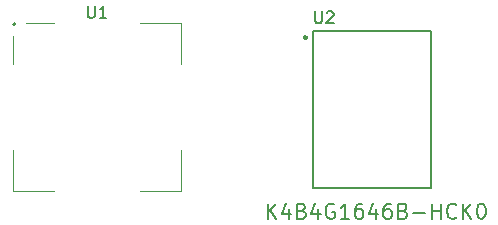
<source format=gbr>
%TF.GenerationSoftware,KiCad,Pcbnew,(5.1.6)-1*%
%TF.CreationDate,2021-04-05T13:25:22+09:00*%
%TF.ProjectId,StreamCam_H3_LTE,53747265-616d-4436-916d-5f48335f4c54,rev?*%
%TF.SameCoordinates,Original*%
%TF.FileFunction,Legend,Top*%
%TF.FilePolarity,Positive*%
%FSLAX46Y46*%
G04 Gerber Fmt 4.6, Leading zero omitted, Abs format (unit mm)*
G04 Created by KiCad (PCBNEW (5.1.6)-1) date 2021-04-05 13:25:22*
%MOMM*%
%LPD*%
G01*
G04 APERTURE LIST*
%ADD10C,0.150000*%
%ADD11C,0.250000*%
%ADD12C,0.200000*%
%ADD13C,0.120000*%
G04 APERTURE END LIST*
D10*
%TO.C,U2*%
X136240000Y-134040000D02*
X136240000Y-120740000D01*
X136240000Y-120740000D02*
X146240000Y-120740000D01*
X146240000Y-120740000D02*
X146240000Y-134040000D01*
X146240000Y-134040000D02*
X136240000Y-134040000D01*
D11*
X135740000Y-121265000D02*
G75*
G03*
X135740000Y-121265000I-125000J0D01*
G01*
D12*
%TO.C,U1*%
X111060000Y-120160000D02*
G75*
G03*
X111060000Y-120160000I-100000J0D01*
G01*
D13*
X110840000Y-121160000D02*
X110840000Y-123540000D01*
X114340000Y-120040000D02*
X111960000Y-120040000D01*
X110840000Y-134280000D02*
X110840000Y-130780000D01*
X114340000Y-134280000D02*
X110840000Y-134280000D01*
X125080000Y-120040000D02*
X125080000Y-123540000D01*
X121580000Y-120040000D02*
X125080000Y-120040000D01*
X125080000Y-134280000D02*
X125080000Y-130780000D01*
X121580000Y-134280000D02*
X125080000Y-134280000D01*
X125080000Y-120040000D02*
X125080000Y-123540000D01*
X121580000Y-120040000D02*
X125080000Y-120040000D01*
X125080000Y-120040000D02*
X125080000Y-123540000D01*
X121580000Y-120040000D02*
X125080000Y-120040000D01*
%TO.C,U2*%
D10*
X136425595Y-119067380D02*
X136425595Y-119876904D01*
X136473214Y-119972142D01*
X136520833Y-120019761D01*
X136616071Y-120067380D01*
X136806547Y-120067380D01*
X136901785Y-120019761D01*
X136949404Y-119972142D01*
X136997023Y-119876904D01*
X136997023Y-119067380D01*
X137425595Y-119162619D02*
X137473214Y-119115000D01*
X137568452Y-119067380D01*
X137806547Y-119067380D01*
X137901785Y-119115000D01*
X137949404Y-119162619D01*
X137997023Y-119257857D01*
X137997023Y-119353095D01*
X137949404Y-119495952D01*
X137377976Y-120067380D01*
X137997023Y-120067380D01*
X132417619Y-136624523D02*
X132417619Y-135354523D01*
X133143333Y-136624523D02*
X132599047Y-135898809D01*
X133143333Y-135354523D02*
X132417619Y-136080238D01*
X134231904Y-135777857D02*
X134231904Y-136624523D01*
X133929523Y-135294047D02*
X133627142Y-136201190D01*
X134413333Y-136201190D01*
X135320476Y-135959285D02*
X135501904Y-136019761D01*
X135562380Y-136080238D01*
X135622857Y-136201190D01*
X135622857Y-136382619D01*
X135562380Y-136503571D01*
X135501904Y-136564047D01*
X135380952Y-136624523D01*
X134897142Y-136624523D01*
X134897142Y-135354523D01*
X135320476Y-135354523D01*
X135441428Y-135415000D01*
X135501904Y-135475476D01*
X135562380Y-135596428D01*
X135562380Y-135717380D01*
X135501904Y-135838333D01*
X135441428Y-135898809D01*
X135320476Y-135959285D01*
X134897142Y-135959285D01*
X136711428Y-135777857D02*
X136711428Y-136624523D01*
X136409047Y-135294047D02*
X136106666Y-136201190D01*
X136892857Y-136201190D01*
X138041904Y-135415000D02*
X137920952Y-135354523D01*
X137739523Y-135354523D01*
X137558095Y-135415000D01*
X137437142Y-135535952D01*
X137376666Y-135656904D01*
X137316190Y-135898809D01*
X137316190Y-136080238D01*
X137376666Y-136322142D01*
X137437142Y-136443095D01*
X137558095Y-136564047D01*
X137739523Y-136624523D01*
X137860476Y-136624523D01*
X138041904Y-136564047D01*
X138102380Y-136503571D01*
X138102380Y-136080238D01*
X137860476Y-136080238D01*
X139311904Y-136624523D02*
X138586190Y-136624523D01*
X138949047Y-136624523D02*
X138949047Y-135354523D01*
X138828095Y-135535952D01*
X138707142Y-135656904D01*
X138586190Y-135717380D01*
X140400476Y-135354523D02*
X140158571Y-135354523D01*
X140037619Y-135415000D01*
X139977142Y-135475476D01*
X139856190Y-135656904D01*
X139795714Y-135898809D01*
X139795714Y-136382619D01*
X139856190Y-136503571D01*
X139916666Y-136564047D01*
X140037619Y-136624523D01*
X140279523Y-136624523D01*
X140400476Y-136564047D01*
X140460952Y-136503571D01*
X140521428Y-136382619D01*
X140521428Y-136080238D01*
X140460952Y-135959285D01*
X140400476Y-135898809D01*
X140279523Y-135838333D01*
X140037619Y-135838333D01*
X139916666Y-135898809D01*
X139856190Y-135959285D01*
X139795714Y-136080238D01*
X141610000Y-135777857D02*
X141610000Y-136624523D01*
X141307619Y-135294047D02*
X141005238Y-136201190D01*
X141791428Y-136201190D01*
X142819523Y-135354523D02*
X142577619Y-135354523D01*
X142456666Y-135415000D01*
X142396190Y-135475476D01*
X142275238Y-135656904D01*
X142214761Y-135898809D01*
X142214761Y-136382619D01*
X142275238Y-136503571D01*
X142335714Y-136564047D01*
X142456666Y-136624523D01*
X142698571Y-136624523D01*
X142819523Y-136564047D01*
X142880000Y-136503571D01*
X142940476Y-136382619D01*
X142940476Y-136080238D01*
X142880000Y-135959285D01*
X142819523Y-135898809D01*
X142698571Y-135838333D01*
X142456666Y-135838333D01*
X142335714Y-135898809D01*
X142275238Y-135959285D01*
X142214761Y-136080238D01*
X143908095Y-135959285D02*
X144089523Y-136019761D01*
X144150000Y-136080238D01*
X144210476Y-136201190D01*
X144210476Y-136382619D01*
X144150000Y-136503571D01*
X144089523Y-136564047D01*
X143968571Y-136624523D01*
X143484761Y-136624523D01*
X143484761Y-135354523D01*
X143908095Y-135354523D01*
X144029047Y-135415000D01*
X144089523Y-135475476D01*
X144150000Y-135596428D01*
X144150000Y-135717380D01*
X144089523Y-135838333D01*
X144029047Y-135898809D01*
X143908095Y-135959285D01*
X143484761Y-135959285D01*
X144754761Y-136140714D02*
X145722380Y-136140714D01*
X146327142Y-136624523D02*
X146327142Y-135354523D01*
X146327142Y-135959285D02*
X147052857Y-135959285D01*
X147052857Y-136624523D02*
X147052857Y-135354523D01*
X148383333Y-136503571D02*
X148322857Y-136564047D01*
X148141428Y-136624523D01*
X148020476Y-136624523D01*
X147839047Y-136564047D01*
X147718095Y-136443095D01*
X147657619Y-136322142D01*
X147597142Y-136080238D01*
X147597142Y-135898809D01*
X147657619Y-135656904D01*
X147718095Y-135535952D01*
X147839047Y-135415000D01*
X148020476Y-135354523D01*
X148141428Y-135354523D01*
X148322857Y-135415000D01*
X148383333Y-135475476D01*
X148927619Y-136624523D02*
X148927619Y-135354523D01*
X149653333Y-136624523D02*
X149109047Y-135898809D01*
X149653333Y-135354523D02*
X148927619Y-136080238D01*
X150439523Y-135354523D02*
X150560476Y-135354523D01*
X150681428Y-135415000D01*
X150741904Y-135475476D01*
X150802380Y-135596428D01*
X150862857Y-135838333D01*
X150862857Y-136140714D01*
X150802380Y-136382619D01*
X150741904Y-136503571D01*
X150681428Y-136564047D01*
X150560476Y-136624523D01*
X150439523Y-136624523D01*
X150318571Y-136564047D01*
X150258095Y-136503571D01*
X150197619Y-136382619D01*
X150137142Y-136140714D01*
X150137142Y-135838333D01*
X150197619Y-135596428D01*
X150258095Y-135475476D01*
X150318571Y-135415000D01*
X150439523Y-135354523D01*
%TO.C,U1*%
X117198095Y-118612380D02*
X117198095Y-119421904D01*
X117245714Y-119517142D01*
X117293333Y-119564761D01*
X117388571Y-119612380D01*
X117579047Y-119612380D01*
X117674285Y-119564761D01*
X117721904Y-119517142D01*
X117769523Y-119421904D01*
X117769523Y-118612380D01*
X118769523Y-119612380D02*
X118198095Y-119612380D01*
X118483809Y-119612380D02*
X118483809Y-118612380D01*
X118388571Y-118755238D01*
X118293333Y-118850476D01*
X118198095Y-118898095D01*
%TD*%
M02*

</source>
